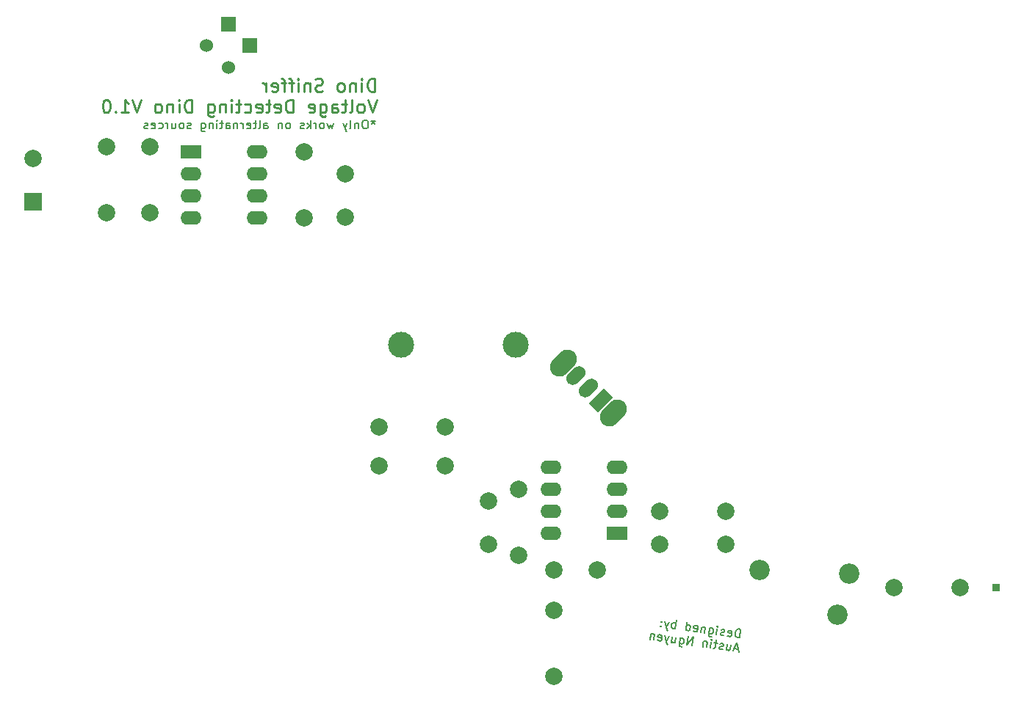
<source format=gbr>
G04 #@! TF.GenerationSoftware,KiCad,Pcbnew,8.0.2*
G04 #@! TF.CreationDate,2024-12-10T10:09:32-07:00*
G04 #@! TF.ProjectId,Makerspace_THT_Workshop,4d616b65-7273-4706-9163-655f5448545f,V1.0*
G04 #@! TF.SameCoordinates,Original*
G04 #@! TF.FileFunction,Soldermask,Bot*
G04 #@! TF.FilePolarity,Negative*
%FSLAX46Y46*%
G04 Gerber Fmt 4.6, Leading zero omitted, Abs format (unit mm)*
G04 Created by KiCad (PCBNEW 8.0.2) date 2024-12-10 10:09:32*
%MOMM*%
%LPD*%
G01*
G04 APERTURE LIST*
G04 Aperture macros list*
%AMHorizOval*
0 Thick line with rounded ends*
0 $1 width*
0 $2 $3 position (X,Y) of the first rounded end (center of the circle)*
0 $4 $5 position (X,Y) of the second rounded end (center of the circle)*
0 Add line between two ends*
20,1,$1,$2,$3,$4,$5,0*
0 Add two circle primitives to create the rounded ends*
1,1,$1,$2,$3*
1,1,$1,$4,$5*%
%AMRotRect*
0 Rectangle, with rotation*
0 The origin of the aperture is its center*
0 $1 length*
0 $2 width*
0 $3 Rotation angle, in degrees counterclockwise*
0 Add horizontal line*
21,1,$1,$2,0,0,$3*%
G04 Aperture macros list end*
%ADD10C,0.250000*%
%ADD11C,0.150000*%
%ADD12C,0.200000*%
%ADD13R,1.800000X1.800000*%
%ADD14C,1.524000*%
%ADD15C,2.000000*%
%ADD16C,2.340000*%
%ADD17R,0.850000X0.850000*%
%ADD18HorizOval,2.200000X0.459619X0.459619X-0.459619X-0.459619X0*%
%ADD19RotRect,1.500000X2.500000X135.000000*%
%ADD20HorizOval,1.500000X0.353553X0.353553X-0.353553X-0.353553X0*%
%ADD21R,2.000000X2.000000*%
%ADD22R,2.400000X1.600000*%
%ADD23O,2.400000X1.600000*%
%ADD24C,3.000000*%
G04 APERTURE END LIST*
D10*
X136478384Y-69388512D02*
X136478384Y-67888512D01*
X136478384Y-67888512D02*
X136121241Y-67888512D01*
X136121241Y-67888512D02*
X135906955Y-67959941D01*
X135906955Y-67959941D02*
X135764098Y-68102798D01*
X135764098Y-68102798D02*
X135692669Y-68245655D01*
X135692669Y-68245655D02*
X135621241Y-68531369D01*
X135621241Y-68531369D02*
X135621241Y-68745655D01*
X135621241Y-68745655D02*
X135692669Y-69031369D01*
X135692669Y-69031369D02*
X135764098Y-69174226D01*
X135764098Y-69174226D02*
X135906955Y-69317084D01*
X135906955Y-69317084D02*
X136121241Y-69388512D01*
X136121241Y-69388512D02*
X136478384Y-69388512D01*
X134978384Y-69388512D02*
X134978384Y-68388512D01*
X134978384Y-67888512D02*
X135049812Y-67959941D01*
X135049812Y-67959941D02*
X134978384Y-68031369D01*
X134978384Y-68031369D02*
X134906955Y-67959941D01*
X134906955Y-67959941D02*
X134978384Y-67888512D01*
X134978384Y-67888512D02*
X134978384Y-68031369D01*
X134264098Y-68388512D02*
X134264098Y-69388512D01*
X134264098Y-68531369D02*
X134192669Y-68459941D01*
X134192669Y-68459941D02*
X134049812Y-68388512D01*
X134049812Y-68388512D02*
X133835526Y-68388512D01*
X133835526Y-68388512D02*
X133692669Y-68459941D01*
X133692669Y-68459941D02*
X133621241Y-68602798D01*
X133621241Y-68602798D02*
X133621241Y-69388512D01*
X132692669Y-69388512D02*
X132835526Y-69317084D01*
X132835526Y-69317084D02*
X132906955Y-69245655D01*
X132906955Y-69245655D02*
X132978383Y-69102798D01*
X132978383Y-69102798D02*
X132978383Y-68674226D01*
X132978383Y-68674226D02*
X132906955Y-68531369D01*
X132906955Y-68531369D02*
X132835526Y-68459941D01*
X132835526Y-68459941D02*
X132692669Y-68388512D01*
X132692669Y-68388512D02*
X132478383Y-68388512D01*
X132478383Y-68388512D02*
X132335526Y-68459941D01*
X132335526Y-68459941D02*
X132264098Y-68531369D01*
X132264098Y-68531369D02*
X132192669Y-68674226D01*
X132192669Y-68674226D02*
X132192669Y-69102798D01*
X132192669Y-69102798D02*
X132264098Y-69245655D01*
X132264098Y-69245655D02*
X132335526Y-69317084D01*
X132335526Y-69317084D02*
X132478383Y-69388512D01*
X132478383Y-69388512D02*
X132692669Y-69388512D01*
X130478383Y-69317084D02*
X130264098Y-69388512D01*
X130264098Y-69388512D02*
X129906955Y-69388512D01*
X129906955Y-69388512D02*
X129764098Y-69317084D01*
X129764098Y-69317084D02*
X129692669Y-69245655D01*
X129692669Y-69245655D02*
X129621240Y-69102798D01*
X129621240Y-69102798D02*
X129621240Y-68959941D01*
X129621240Y-68959941D02*
X129692669Y-68817084D01*
X129692669Y-68817084D02*
X129764098Y-68745655D01*
X129764098Y-68745655D02*
X129906955Y-68674226D01*
X129906955Y-68674226D02*
X130192669Y-68602798D01*
X130192669Y-68602798D02*
X130335526Y-68531369D01*
X130335526Y-68531369D02*
X130406955Y-68459941D01*
X130406955Y-68459941D02*
X130478383Y-68317084D01*
X130478383Y-68317084D02*
X130478383Y-68174226D01*
X130478383Y-68174226D02*
X130406955Y-68031369D01*
X130406955Y-68031369D02*
X130335526Y-67959941D01*
X130335526Y-67959941D02*
X130192669Y-67888512D01*
X130192669Y-67888512D02*
X129835526Y-67888512D01*
X129835526Y-67888512D02*
X129621240Y-67959941D01*
X128978384Y-68388512D02*
X128978384Y-69388512D01*
X128978384Y-68531369D02*
X128906955Y-68459941D01*
X128906955Y-68459941D02*
X128764098Y-68388512D01*
X128764098Y-68388512D02*
X128549812Y-68388512D01*
X128549812Y-68388512D02*
X128406955Y-68459941D01*
X128406955Y-68459941D02*
X128335527Y-68602798D01*
X128335527Y-68602798D02*
X128335527Y-69388512D01*
X127621241Y-69388512D02*
X127621241Y-68388512D01*
X127621241Y-67888512D02*
X127692669Y-67959941D01*
X127692669Y-67959941D02*
X127621241Y-68031369D01*
X127621241Y-68031369D02*
X127549812Y-67959941D01*
X127549812Y-67959941D02*
X127621241Y-67888512D01*
X127621241Y-67888512D02*
X127621241Y-68031369D01*
X127121240Y-68388512D02*
X126549812Y-68388512D01*
X126906955Y-69388512D02*
X126906955Y-68102798D01*
X126906955Y-68102798D02*
X126835526Y-67959941D01*
X126835526Y-67959941D02*
X126692669Y-67888512D01*
X126692669Y-67888512D02*
X126549812Y-67888512D01*
X126264097Y-68388512D02*
X125692669Y-68388512D01*
X126049812Y-69388512D02*
X126049812Y-68102798D01*
X126049812Y-68102798D02*
X125978383Y-67959941D01*
X125978383Y-67959941D02*
X125835526Y-67888512D01*
X125835526Y-67888512D02*
X125692669Y-67888512D01*
X124621240Y-69317084D02*
X124764097Y-69388512D01*
X124764097Y-69388512D02*
X125049812Y-69388512D01*
X125049812Y-69388512D02*
X125192669Y-69317084D01*
X125192669Y-69317084D02*
X125264097Y-69174226D01*
X125264097Y-69174226D02*
X125264097Y-68602798D01*
X125264097Y-68602798D02*
X125192669Y-68459941D01*
X125192669Y-68459941D02*
X125049812Y-68388512D01*
X125049812Y-68388512D02*
X124764097Y-68388512D01*
X124764097Y-68388512D02*
X124621240Y-68459941D01*
X124621240Y-68459941D02*
X124549812Y-68602798D01*
X124549812Y-68602798D02*
X124549812Y-68745655D01*
X124549812Y-68745655D02*
X125264097Y-68888512D01*
X123906955Y-69388512D02*
X123906955Y-68388512D01*
X123906955Y-68674226D02*
X123835526Y-68531369D01*
X123835526Y-68531369D02*
X123764098Y-68459941D01*
X123764098Y-68459941D02*
X123621240Y-68388512D01*
X123621240Y-68388512D02*
X123478383Y-68388512D01*
X136692669Y-70303428D02*
X136192669Y-71803428D01*
X136192669Y-71803428D02*
X135692669Y-70303428D01*
X134978384Y-71803428D02*
X135121241Y-71732000D01*
X135121241Y-71732000D02*
X135192670Y-71660571D01*
X135192670Y-71660571D02*
X135264098Y-71517714D01*
X135264098Y-71517714D02*
X135264098Y-71089142D01*
X135264098Y-71089142D02*
X135192670Y-70946285D01*
X135192670Y-70946285D02*
X135121241Y-70874857D01*
X135121241Y-70874857D02*
X134978384Y-70803428D01*
X134978384Y-70803428D02*
X134764098Y-70803428D01*
X134764098Y-70803428D02*
X134621241Y-70874857D01*
X134621241Y-70874857D02*
X134549813Y-70946285D01*
X134549813Y-70946285D02*
X134478384Y-71089142D01*
X134478384Y-71089142D02*
X134478384Y-71517714D01*
X134478384Y-71517714D02*
X134549813Y-71660571D01*
X134549813Y-71660571D02*
X134621241Y-71732000D01*
X134621241Y-71732000D02*
X134764098Y-71803428D01*
X134764098Y-71803428D02*
X134978384Y-71803428D01*
X133621241Y-71803428D02*
X133764098Y-71732000D01*
X133764098Y-71732000D02*
X133835527Y-71589142D01*
X133835527Y-71589142D02*
X133835527Y-70303428D01*
X133264098Y-70803428D02*
X132692670Y-70803428D01*
X133049813Y-70303428D02*
X133049813Y-71589142D01*
X133049813Y-71589142D02*
X132978384Y-71732000D01*
X132978384Y-71732000D02*
X132835527Y-71803428D01*
X132835527Y-71803428D02*
X132692670Y-71803428D01*
X131549813Y-71803428D02*
X131549813Y-71017714D01*
X131549813Y-71017714D02*
X131621241Y-70874857D01*
X131621241Y-70874857D02*
X131764098Y-70803428D01*
X131764098Y-70803428D02*
X132049813Y-70803428D01*
X132049813Y-70803428D02*
X132192670Y-70874857D01*
X131549813Y-71732000D02*
X131692670Y-71803428D01*
X131692670Y-71803428D02*
X132049813Y-71803428D01*
X132049813Y-71803428D02*
X132192670Y-71732000D01*
X132192670Y-71732000D02*
X132264098Y-71589142D01*
X132264098Y-71589142D02*
X132264098Y-71446285D01*
X132264098Y-71446285D02*
X132192670Y-71303428D01*
X132192670Y-71303428D02*
X132049813Y-71232000D01*
X132049813Y-71232000D02*
X131692670Y-71232000D01*
X131692670Y-71232000D02*
X131549813Y-71160571D01*
X130192670Y-70803428D02*
X130192670Y-72017714D01*
X130192670Y-72017714D02*
X130264098Y-72160571D01*
X130264098Y-72160571D02*
X130335527Y-72232000D01*
X130335527Y-72232000D02*
X130478384Y-72303428D01*
X130478384Y-72303428D02*
X130692670Y-72303428D01*
X130692670Y-72303428D02*
X130835527Y-72232000D01*
X130192670Y-71732000D02*
X130335527Y-71803428D01*
X130335527Y-71803428D02*
X130621241Y-71803428D01*
X130621241Y-71803428D02*
X130764098Y-71732000D01*
X130764098Y-71732000D02*
X130835527Y-71660571D01*
X130835527Y-71660571D02*
X130906955Y-71517714D01*
X130906955Y-71517714D02*
X130906955Y-71089142D01*
X130906955Y-71089142D02*
X130835527Y-70946285D01*
X130835527Y-70946285D02*
X130764098Y-70874857D01*
X130764098Y-70874857D02*
X130621241Y-70803428D01*
X130621241Y-70803428D02*
X130335527Y-70803428D01*
X130335527Y-70803428D02*
X130192670Y-70874857D01*
X128906955Y-71732000D02*
X129049812Y-71803428D01*
X129049812Y-71803428D02*
X129335527Y-71803428D01*
X129335527Y-71803428D02*
X129478384Y-71732000D01*
X129478384Y-71732000D02*
X129549812Y-71589142D01*
X129549812Y-71589142D02*
X129549812Y-71017714D01*
X129549812Y-71017714D02*
X129478384Y-70874857D01*
X129478384Y-70874857D02*
X129335527Y-70803428D01*
X129335527Y-70803428D02*
X129049812Y-70803428D01*
X129049812Y-70803428D02*
X128906955Y-70874857D01*
X128906955Y-70874857D02*
X128835527Y-71017714D01*
X128835527Y-71017714D02*
X128835527Y-71160571D01*
X128835527Y-71160571D02*
X129549812Y-71303428D01*
X127049813Y-71803428D02*
X127049813Y-70303428D01*
X127049813Y-70303428D02*
X126692670Y-70303428D01*
X126692670Y-70303428D02*
X126478384Y-70374857D01*
X126478384Y-70374857D02*
X126335527Y-70517714D01*
X126335527Y-70517714D02*
X126264098Y-70660571D01*
X126264098Y-70660571D02*
X126192670Y-70946285D01*
X126192670Y-70946285D02*
X126192670Y-71160571D01*
X126192670Y-71160571D02*
X126264098Y-71446285D01*
X126264098Y-71446285D02*
X126335527Y-71589142D01*
X126335527Y-71589142D02*
X126478384Y-71732000D01*
X126478384Y-71732000D02*
X126692670Y-71803428D01*
X126692670Y-71803428D02*
X127049813Y-71803428D01*
X124978384Y-71732000D02*
X125121241Y-71803428D01*
X125121241Y-71803428D02*
X125406956Y-71803428D01*
X125406956Y-71803428D02*
X125549813Y-71732000D01*
X125549813Y-71732000D02*
X125621241Y-71589142D01*
X125621241Y-71589142D02*
X125621241Y-71017714D01*
X125621241Y-71017714D02*
X125549813Y-70874857D01*
X125549813Y-70874857D02*
X125406956Y-70803428D01*
X125406956Y-70803428D02*
X125121241Y-70803428D01*
X125121241Y-70803428D02*
X124978384Y-70874857D01*
X124978384Y-70874857D02*
X124906956Y-71017714D01*
X124906956Y-71017714D02*
X124906956Y-71160571D01*
X124906956Y-71160571D02*
X125621241Y-71303428D01*
X124478384Y-70803428D02*
X123906956Y-70803428D01*
X124264099Y-70303428D02*
X124264099Y-71589142D01*
X124264099Y-71589142D02*
X124192670Y-71732000D01*
X124192670Y-71732000D02*
X124049813Y-71803428D01*
X124049813Y-71803428D02*
X123906956Y-71803428D01*
X122835527Y-71732000D02*
X122978384Y-71803428D01*
X122978384Y-71803428D02*
X123264099Y-71803428D01*
X123264099Y-71803428D02*
X123406956Y-71732000D01*
X123406956Y-71732000D02*
X123478384Y-71589142D01*
X123478384Y-71589142D02*
X123478384Y-71017714D01*
X123478384Y-71017714D02*
X123406956Y-70874857D01*
X123406956Y-70874857D02*
X123264099Y-70803428D01*
X123264099Y-70803428D02*
X122978384Y-70803428D01*
X122978384Y-70803428D02*
X122835527Y-70874857D01*
X122835527Y-70874857D02*
X122764099Y-71017714D01*
X122764099Y-71017714D02*
X122764099Y-71160571D01*
X122764099Y-71160571D02*
X123478384Y-71303428D01*
X121478385Y-71732000D02*
X121621242Y-71803428D01*
X121621242Y-71803428D02*
X121906956Y-71803428D01*
X121906956Y-71803428D02*
X122049813Y-71732000D01*
X122049813Y-71732000D02*
X122121242Y-71660571D01*
X122121242Y-71660571D02*
X122192670Y-71517714D01*
X122192670Y-71517714D02*
X122192670Y-71089142D01*
X122192670Y-71089142D02*
X122121242Y-70946285D01*
X122121242Y-70946285D02*
X122049813Y-70874857D01*
X122049813Y-70874857D02*
X121906956Y-70803428D01*
X121906956Y-70803428D02*
X121621242Y-70803428D01*
X121621242Y-70803428D02*
X121478385Y-70874857D01*
X121049813Y-70803428D02*
X120478385Y-70803428D01*
X120835528Y-70303428D02*
X120835528Y-71589142D01*
X120835528Y-71589142D02*
X120764099Y-71732000D01*
X120764099Y-71732000D02*
X120621242Y-71803428D01*
X120621242Y-71803428D02*
X120478385Y-71803428D01*
X119978385Y-71803428D02*
X119978385Y-70803428D01*
X119978385Y-70303428D02*
X120049813Y-70374857D01*
X120049813Y-70374857D02*
X119978385Y-70446285D01*
X119978385Y-70446285D02*
X119906956Y-70374857D01*
X119906956Y-70374857D02*
X119978385Y-70303428D01*
X119978385Y-70303428D02*
X119978385Y-70446285D01*
X119264099Y-70803428D02*
X119264099Y-71803428D01*
X119264099Y-70946285D02*
X119192670Y-70874857D01*
X119192670Y-70874857D02*
X119049813Y-70803428D01*
X119049813Y-70803428D02*
X118835527Y-70803428D01*
X118835527Y-70803428D02*
X118692670Y-70874857D01*
X118692670Y-70874857D02*
X118621242Y-71017714D01*
X118621242Y-71017714D02*
X118621242Y-71803428D01*
X117264099Y-70803428D02*
X117264099Y-72017714D01*
X117264099Y-72017714D02*
X117335527Y-72160571D01*
X117335527Y-72160571D02*
X117406956Y-72232000D01*
X117406956Y-72232000D02*
X117549813Y-72303428D01*
X117549813Y-72303428D02*
X117764099Y-72303428D01*
X117764099Y-72303428D02*
X117906956Y-72232000D01*
X117264099Y-71732000D02*
X117406956Y-71803428D01*
X117406956Y-71803428D02*
X117692670Y-71803428D01*
X117692670Y-71803428D02*
X117835527Y-71732000D01*
X117835527Y-71732000D02*
X117906956Y-71660571D01*
X117906956Y-71660571D02*
X117978384Y-71517714D01*
X117978384Y-71517714D02*
X117978384Y-71089142D01*
X117978384Y-71089142D02*
X117906956Y-70946285D01*
X117906956Y-70946285D02*
X117835527Y-70874857D01*
X117835527Y-70874857D02*
X117692670Y-70803428D01*
X117692670Y-70803428D02*
X117406956Y-70803428D01*
X117406956Y-70803428D02*
X117264099Y-70874857D01*
X115406956Y-71803428D02*
X115406956Y-70303428D01*
X115406956Y-70303428D02*
X115049813Y-70303428D01*
X115049813Y-70303428D02*
X114835527Y-70374857D01*
X114835527Y-70374857D02*
X114692670Y-70517714D01*
X114692670Y-70517714D02*
X114621241Y-70660571D01*
X114621241Y-70660571D02*
X114549813Y-70946285D01*
X114549813Y-70946285D02*
X114549813Y-71160571D01*
X114549813Y-71160571D02*
X114621241Y-71446285D01*
X114621241Y-71446285D02*
X114692670Y-71589142D01*
X114692670Y-71589142D02*
X114835527Y-71732000D01*
X114835527Y-71732000D02*
X115049813Y-71803428D01*
X115049813Y-71803428D02*
X115406956Y-71803428D01*
X113906956Y-71803428D02*
X113906956Y-70803428D01*
X113906956Y-70303428D02*
X113978384Y-70374857D01*
X113978384Y-70374857D02*
X113906956Y-70446285D01*
X113906956Y-70446285D02*
X113835527Y-70374857D01*
X113835527Y-70374857D02*
X113906956Y-70303428D01*
X113906956Y-70303428D02*
X113906956Y-70446285D01*
X113192670Y-70803428D02*
X113192670Y-71803428D01*
X113192670Y-70946285D02*
X113121241Y-70874857D01*
X113121241Y-70874857D02*
X112978384Y-70803428D01*
X112978384Y-70803428D02*
X112764098Y-70803428D01*
X112764098Y-70803428D02*
X112621241Y-70874857D01*
X112621241Y-70874857D02*
X112549813Y-71017714D01*
X112549813Y-71017714D02*
X112549813Y-71803428D01*
X111621241Y-71803428D02*
X111764098Y-71732000D01*
X111764098Y-71732000D02*
X111835527Y-71660571D01*
X111835527Y-71660571D02*
X111906955Y-71517714D01*
X111906955Y-71517714D02*
X111906955Y-71089142D01*
X111906955Y-71089142D02*
X111835527Y-70946285D01*
X111835527Y-70946285D02*
X111764098Y-70874857D01*
X111764098Y-70874857D02*
X111621241Y-70803428D01*
X111621241Y-70803428D02*
X111406955Y-70803428D01*
X111406955Y-70803428D02*
X111264098Y-70874857D01*
X111264098Y-70874857D02*
X111192670Y-70946285D01*
X111192670Y-70946285D02*
X111121241Y-71089142D01*
X111121241Y-71089142D02*
X111121241Y-71517714D01*
X111121241Y-71517714D02*
X111192670Y-71660571D01*
X111192670Y-71660571D02*
X111264098Y-71732000D01*
X111264098Y-71732000D02*
X111406955Y-71803428D01*
X111406955Y-71803428D02*
X111621241Y-71803428D01*
X109549812Y-70303428D02*
X109049812Y-71803428D01*
X109049812Y-71803428D02*
X108549812Y-70303428D01*
X107264098Y-71803428D02*
X108121241Y-71803428D01*
X107692670Y-71803428D02*
X107692670Y-70303428D01*
X107692670Y-70303428D02*
X107835527Y-70517714D01*
X107835527Y-70517714D02*
X107978384Y-70660571D01*
X107978384Y-70660571D02*
X108121241Y-70732000D01*
X106621242Y-71660571D02*
X106549813Y-71732000D01*
X106549813Y-71732000D02*
X106621242Y-71803428D01*
X106621242Y-71803428D02*
X106692670Y-71732000D01*
X106692670Y-71732000D02*
X106621242Y-71660571D01*
X106621242Y-71660571D02*
X106621242Y-71803428D01*
X105621241Y-70303428D02*
X105478384Y-70303428D01*
X105478384Y-70303428D02*
X105335527Y-70374857D01*
X105335527Y-70374857D02*
X105264099Y-70446285D01*
X105264099Y-70446285D02*
X105192670Y-70589142D01*
X105192670Y-70589142D02*
X105121241Y-70874857D01*
X105121241Y-70874857D02*
X105121241Y-71232000D01*
X105121241Y-71232000D02*
X105192670Y-71517714D01*
X105192670Y-71517714D02*
X105264099Y-71660571D01*
X105264099Y-71660571D02*
X105335527Y-71732000D01*
X105335527Y-71732000D02*
X105478384Y-71803428D01*
X105478384Y-71803428D02*
X105621241Y-71803428D01*
X105621241Y-71803428D02*
X105764099Y-71732000D01*
X105764099Y-71732000D02*
X105835527Y-71660571D01*
X105835527Y-71660571D02*
X105906956Y-71517714D01*
X105906956Y-71517714D02*
X105978384Y-71232000D01*
X105978384Y-71232000D02*
X105978384Y-70874857D01*
X105978384Y-70874857D02*
X105906956Y-70589142D01*
X105906956Y-70589142D02*
X105835527Y-70446285D01*
X105835527Y-70446285D02*
X105764099Y-70374857D01*
X105764099Y-70374857D02*
X105621241Y-70303428D01*
D11*
X178508676Y-132429939D02*
X178647850Y-131439671D01*
X178647850Y-131439671D02*
X178412071Y-131406534D01*
X178412071Y-131406534D02*
X178263977Y-131433808D01*
X178263977Y-131433808D02*
X178156411Y-131514865D01*
X178156411Y-131514865D02*
X178096001Y-131602549D01*
X178096001Y-131602549D02*
X178022336Y-131784544D01*
X178022336Y-131784544D02*
X178002455Y-131926011D01*
X178002455Y-131926011D02*
X178023101Y-132121261D01*
X178023101Y-132121261D02*
X178057002Y-132222199D01*
X178057002Y-132222199D02*
X178138059Y-132329765D01*
X178138059Y-132329765D02*
X178272898Y-132396802D01*
X178272898Y-132396802D02*
X178508676Y-132429939D01*
X177147791Y-132190592D02*
X177235475Y-132251002D01*
X177235475Y-132251002D02*
X177424097Y-132277511D01*
X177424097Y-132277511D02*
X177525036Y-132243610D01*
X177525036Y-132243610D02*
X177585446Y-132155926D01*
X177585446Y-132155926D02*
X177638464Y-131778681D01*
X177638464Y-131778681D02*
X177604563Y-131677743D01*
X177604563Y-131677743D02*
X177516879Y-131617332D01*
X177516879Y-131617332D02*
X177328257Y-131590823D01*
X177328257Y-131590823D02*
X177227318Y-131624724D01*
X177227318Y-131624724D02*
X177166908Y-131712408D01*
X177166908Y-131712408D02*
X177153653Y-131806720D01*
X177153653Y-131806720D02*
X177611955Y-131967304D01*
X176723390Y-132130946D02*
X176622451Y-132164847D01*
X176622451Y-132164847D02*
X176433829Y-132138338D01*
X176433829Y-132138338D02*
X176346145Y-132077928D01*
X176346145Y-132077928D02*
X176312244Y-131976989D01*
X176312244Y-131976989D02*
X176318871Y-131929834D01*
X176318871Y-131929834D02*
X176379281Y-131842150D01*
X176379281Y-131842150D02*
X176480220Y-131808249D01*
X176480220Y-131808249D02*
X176621687Y-131828131D01*
X176621687Y-131828131D02*
X176722625Y-131794230D01*
X176722625Y-131794230D02*
X176783036Y-131706546D01*
X176783036Y-131706546D02*
X176789663Y-131659390D01*
X176789663Y-131659390D02*
X176755762Y-131558451D01*
X176755762Y-131558451D02*
X176668078Y-131498041D01*
X176668078Y-131498041D02*
X176526611Y-131478159D01*
X176526611Y-131478159D02*
X176425672Y-131512060D01*
X175867961Y-132058811D02*
X175960743Y-131398632D01*
X176007134Y-131068542D02*
X176047663Y-131122325D01*
X176047663Y-131122325D02*
X175993880Y-131162854D01*
X175993880Y-131162854D02*
X175953351Y-131109071D01*
X175953351Y-131109071D02*
X176007134Y-131068542D01*
X176007134Y-131068542D02*
X175993880Y-131162854D01*
X175064787Y-131272713D02*
X174952123Y-132074359D01*
X174952123Y-132074359D02*
X174986024Y-132175297D01*
X174986024Y-132175297D02*
X175026552Y-132229080D01*
X175026552Y-132229080D02*
X175114236Y-132289491D01*
X175114236Y-132289491D02*
X175255703Y-132309372D01*
X175255703Y-132309372D02*
X175356642Y-132275471D01*
X174978632Y-131885736D02*
X175066316Y-131946147D01*
X175066316Y-131946147D02*
X175254939Y-131972656D01*
X175254939Y-131972656D02*
X175355877Y-131938755D01*
X175355877Y-131938755D02*
X175409660Y-131898226D01*
X175409660Y-131898226D02*
X175470070Y-131810542D01*
X175470070Y-131810542D02*
X175509834Y-131527609D01*
X175509834Y-131527609D02*
X175475933Y-131426670D01*
X175475933Y-131426670D02*
X175435405Y-131372887D01*
X175435405Y-131372887D02*
X175347721Y-131312477D01*
X175347721Y-131312477D02*
X175159098Y-131285968D01*
X175159098Y-131285968D02*
X175058160Y-131319869D01*
X174593231Y-131206440D02*
X174500449Y-131866619D01*
X174579976Y-131300752D02*
X174539448Y-131246969D01*
X174539448Y-131246969D02*
X174451764Y-131186559D01*
X174451764Y-131186559D02*
X174310297Y-131166677D01*
X174310297Y-131166677D02*
X174209358Y-131200578D01*
X174209358Y-131200578D02*
X174148948Y-131288262D01*
X174148948Y-131288262D02*
X174076048Y-131806974D01*
X173233874Y-131640527D02*
X173321558Y-131700937D01*
X173321558Y-131700937D02*
X173510180Y-131727446D01*
X173510180Y-131727446D02*
X173611119Y-131693545D01*
X173611119Y-131693545D02*
X173671529Y-131605861D01*
X173671529Y-131605861D02*
X173724548Y-131228616D01*
X173724548Y-131228616D02*
X173690646Y-131127678D01*
X173690646Y-131127678D02*
X173602963Y-131067267D01*
X173602963Y-131067267D02*
X173414340Y-131040758D01*
X173414340Y-131040758D02*
X173313401Y-131074659D01*
X173313401Y-131074659D02*
X173252991Y-131162343D01*
X173252991Y-131162343D02*
X173239737Y-131256654D01*
X173239737Y-131256654D02*
X173698038Y-131417239D01*
X172331290Y-131561764D02*
X172470463Y-130571496D01*
X172337917Y-131514608D02*
X172425601Y-131575018D01*
X172425601Y-131575018D02*
X172614223Y-131601528D01*
X172614223Y-131601528D02*
X172715162Y-131567626D01*
X172715162Y-131567626D02*
X172768945Y-131527098D01*
X172768945Y-131527098D02*
X172829355Y-131439414D01*
X172829355Y-131439414D02*
X172869119Y-131156480D01*
X172869119Y-131156480D02*
X172835218Y-131055542D01*
X172835218Y-131055542D02*
X172794690Y-131001759D01*
X172794690Y-131001759D02*
X172707006Y-130941349D01*
X172707006Y-130941349D02*
X172518383Y-130914840D01*
X172518383Y-130914840D02*
X172417445Y-130948741D01*
X171105243Y-131389454D02*
X171244416Y-130399186D01*
X171191398Y-130776431D02*
X171103714Y-130716021D01*
X171103714Y-130716021D02*
X170915092Y-130689512D01*
X170915092Y-130689512D02*
X170814153Y-130723413D01*
X170814153Y-130723413D02*
X170760370Y-130763941D01*
X170760370Y-130763941D02*
X170699960Y-130851625D01*
X170699960Y-130851625D02*
X170660196Y-131134559D01*
X170660196Y-131134559D02*
X170694097Y-131235497D01*
X170694097Y-131235497D02*
X170734626Y-131289280D01*
X170734626Y-131289280D02*
X170822310Y-131349690D01*
X170822310Y-131349690D02*
X171010932Y-131376200D01*
X171010932Y-131376200D02*
X171111871Y-131342299D01*
X170396380Y-130616611D02*
X170067819Y-131243654D01*
X169924823Y-130550339D02*
X170067819Y-131243654D01*
X170067819Y-131243654D02*
X170128994Y-131492686D01*
X170128994Y-131492686D02*
X170169523Y-131546469D01*
X170169523Y-131546469D02*
X170257207Y-131606880D01*
X169468051Y-131063188D02*
X169414268Y-131103716D01*
X169414268Y-131103716D02*
X169454796Y-131157499D01*
X169454796Y-131157499D02*
X169508579Y-131116971D01*
X169508579Y-131116971D02*
X169468051Y-131063188D01*
X169468051Y-131063188D02*
X169454796Y-131157499D01*
X169540951Y-130544476D02*
X169487168Y-130585004D01*
X169487168Y-130585004D02*
X169527696Y-130638787D01*
X169527696Y-130638787D02*
X169581479Y-130598259D01*
X169581479Y-130598259D02*
X169540951Y-130544476D01*
X169540951Y-130544476D02*
X169527696Y-130638787D01*
X178371535Y-133747908D02*
X177899979Y-133681636D01*
X178426082Y-134044097D02*
X178235166Y-133007438D01*
X178235166Y-133007438D02*
X177765904Y-133951315D01*
X177104196Y-133185099D02*
X177011414Y-133845278D01*
X177528596Y-133244745D02*
X177455696Y-133763457D01*
X177455696Y-133763457D02*
X177395286Y-133851141D01*
X177395286Y-133851141D02*
X177294347Y-133885042D01*
X177294347Y-133885042D02*
X177152880Y-133865160D01*
X177152880Y-133865160D02*
X177065196Y-133804750D01*
X177065196Y-133804750D02*
X177024668Y-133750967D01*
X176593640Y-133738477D02*
X176492702Y-133772378D01*
X176492702Y-133772378D02*
X176304079Y-133745869D01*
X176304079Y-133745869D02*
X176216395Y-133685458D01*
X176216395Y-133685458D02*
X176182494Y-133584520D01*
X176182494Y-133584520D02*
X176189121Y-133537364D01*
X176189121Y-133537364D02*
X176249532Y-133449680D01*
X176249532Y-133449680D02*
X176350470Y-133415779D01*
X176350470Y-133415779D02*
X176491937Y-133435661D01*
X176491937Y-133435661D02*
X176592876Y-133401760D01*
X176592876Y-133401760D02*
X176653286Y-133314076D01*
X176653286Y-133314076D02*
X176659913Y-133266921D01*
X176659913Y-133266921D02*
X176626012Y-133165982D01*
X176626012Y-133165982D02*
X176538328Y-133105572D01*
X176538328Y-133105572D02*
X176396861Y-133085690D01*
X176396861Y-133085690D02*
X176295923Y-133119591D01*
X175972460Y-133026044D02*
X175595215Y-132973026D01*
X175877385Y-132676073D02*
X175758093Y-133524874D01*
X175758093Y-133524874D02*
X175697683Y-133612558D01*
X175697683Y-133612558D02*
X175596745Y-133646459D01*
X175596745Y-133646459D02*
X175502433Y-133633205D01*
X175172344Y-133586814D02*
X175265126Y-132926635D01*
X175311517Y-132596545D02*
X175352045Y-132650328D01*
X175352045Y-132650328D02*
X175298262Y-132690857D01*
X175298262Y-132690857D02*
X175257734Y-132637074D01*
X175257734Y-132637074D02*
X175311517Y-132596545D01*
X175311517Y-132596545D02*
X175298262Y-132690857D01*
X174793570Y-132860362D02*
X174700788Y-133520541D01*
X174780315Y-132954673D02*
X174739787Y-132900890D01*
X174739787Y-132900890D02*
X174652103Y-132840480D01*
X174652103Y-132840480D02*
X174510636Y-132820598D01*
X174510636Y-132820598D02*
X174409698Y-132854499D01*
X174409698Y-132854499D02*
X174349287Y-132942183D01*
X174349287Y-132942183D02*
X174276387Y-133460895D01*
X173050341Y-133288586D02*
X173189514Y-132298317D01*
X173189514Y-132298317D02*
X172484473Y-133209058D01*
X172484473Y-133209058D02*
X172623646Y-132218790D01*
X171681298Y-132422961D02*
X171568635Y-133224606D01*
X171568635Y-133224606D02*
X171602536Y-133325545D01*
X171602536Y-133325545D02*
X171643064Y-133379328D01*
X171643064Y-133379328D02*
X171730748Y-133439738D01*
X171730748Y-133439738D02*
X171872215Y-133459620D01*
X171872215Y-133459620D02*
X171973153Y-133425719D01*
X171595144Y-133035984D02*
X171682828Y-133096394D01*
X171682828Y-133096394D02*
X171871450Y-133122903D01*
X171871450Y-133122903D02*
X171972389Y-133089002D01*
X171972389Y-133089002D02*
X172026172Y-133048474D01*
X172026172Y-133048474D02*
X172086582Y-132960790D01*
X172086582Y-132960790D02*
X172126346Y-132677856D01*
X172126346Y-132677856D02*
X172092445Y-132576918D01*
X172092445Y-132576918D02*
X172051916Y-132523135D01*
X172051916Y-132523135D02*
X171964232Y-132462725D01*
X171964232Y-132462725D02*
X171775610Y-132436215D01*
X171775610Y-132436215D02*
X171674671Y-132470116D01*
X170785342Y-132297042D02*
X170692560Y-132957221D01*
X171209742Y-132356688D02*
X171136842Y-132875400D01*
X171136842Y-132875400D02*
X171076432Y-132963084D01*
X171076432Y-132963084D02*
X170975493Y-132996985D01*
X170975493Y-132996985D02*
X170834026Y-132977103D01*
X170834026Y-132977103D02*
X170746342Y-132916693D01*
X170746342Y-132916693D02*
X170705814Y-132862910D01*
X170408097Y-132244024D02*
X170079536Y-132871066D01*
X169936540Y-132177751D02*
X170079536Y-132871066D01*
X170079536Y-132871066D02*
X170140711Y-133120099D01*
X170140711Y-133120099D02*
X170181239Y-133173882D01*
X170181239Y-133173882D02*
X170268923Y-133234292D01*
X169095895Y-132684737D02*
X169183579Y-132745148D01*
X169183579Y-132745148D02*
X169372202Y-132771657D01*
X169372202Y-132771657D02*
X169473140Y-132737756D01*
X169473140Y-132737756D02*
X169533550Y-132650072D01*
X169533550Y-132650072D02*
X169586569Y-132272827D01*
X169586569Y-132272827D02*
X169552668Y-132171888D01*
X169552668Y-132171888D02*
X169464984Y-132111478D01*
X169464984Y-132111478D02*
X169276361Y-132084969D01*
X169276361Y-132084969D02*
X169175423Y-132118870D01*
X169175423Y-132118870D02*
X169115013Y-132206554D01*
X169115013Y-132206554D02*
X169101758Y-132300865D01*
X169101758Y-132300865D02*
X169560060Y-132461449D01*
X168710494Y-132005441D02*
X168617712Y-132665620D01*
X168697239Y-132099753D02*
X168656711Y-132045970D01*
X168656711Y-132045970D02*
X168569027Y-131985560D01*
X168569027Y-131985560D02*
X168427560Y-131965678D01*
X168427560Y-131965678D02*
X168326621Y-131999579D01*
X168326621Y-131999579D02*
X168266211Y-132087263D01*
X168266211Y-132087263D02*
X168193311Y-132605975D01*
D12*
X136287469Y-72667219D02*
X136287469Y-72905314D01*
X136525564Y-72810076D02*
X136287469Y-72905314D01*
X136287469Y-72905314D02*
X136049374Y-72810076D01*
X136430326Y-73095790D02*
X136287469Y-72905314D01*
X136287469Y-72905314D02*
X136144612Y-73095790D01*
X135477945Y-72667219D02*
X135287469Y-72667219D01*
X135287469Y-72667219D02*
X135192231Y-72714838D01*
X135192231Y-72714838D02*
X135096993Y-72810076D01*
X135096993Y-72810076D02*
X135049374Y-73000552D01*
X135049374Y-73000552D02*
X135049374Y-73333885D01*
X135049374Y-73333885D02*
X135096993Y-73524361D01*
X135096993Y-73524361D02*
X135192231Y-73619600D01*
X135192231Y-73619600D02*
X135287469Y-73667219D01*
X135287469Y-73667219D02*
X135477945Y-73667219D01*
X135477945Y-73667219D02*
X135573183Y-73619600D01*
X135573183Y-73619600D02*
X135668421Y-73524361D01*
X135668421Y-73524361D02*
X135716040Y-73333885D01*
X135716040Y-73333885D02*
X135716040Y-73000552D01*
X135716040Y-73000552D02*
X135668421Y-72810076D01*
X135668421Y-72810076D02*
X135573183Y-72714838D01*
X135573183Y-72714838D02*
X135477945Y-72667219D01*
X134620802Y-73000552D02*
X134620802Y-73667219D01*
X134620802Y-73095790D02*
X134573183Y-73048171D01*
X134573183Y-73048171D02*
X134477945Y-73000552D01*
X134477945Y-73000552D02*
X134335088Y-73000552D01*
X134335088Y-73000552D02*
X134239850Y-73048171D01*
X134239850Y-73048171D02*
X134192231Y-73143409D01*
X134192231Y-73143409D02*
X134192231Y-73667219D01*
X133573183Y-73667219D02*
X133668421Y-73619600D01*
X133668421Y-73619600D02*
X133716040Y-73524361D01*
X133716040Y-73524361D02*
X133716040Y-72667219D01*
X133287468Y-73000552D02*
X133049373Y-73667219D01*
X132811278Y-73000552D02*
X133049373Y-73667219D01*
X133049373Y-73667219D02*
X133144611Y-73905314D01*
X133144611Y-73905314D02*
X133192230Y-73952933D01*
X133192230Y-73952933D02*
X133287468Y-74000552D01*
X131763658Y-73000552D02*
X131573182Y-73667219D01*
X131573182Y-73667219D02*
X131382706Y-73191028D01*
X131382706Y-73191028D02*
X131192230Y-73667219D01*
X131192230Y-73667219D02*
X131001754Y-73000552D01*
X130477944Y-73667219D02*
X130573182Y-73619600D01*
X130573182Y-73619600D02*
X130620801Y-73571980D01*
X130620801Y-73571980D02*
X130668420Y-73476742D01*
X130668420Y-73476742D02*
X130668420Y-73191028D01*
X130668420Y-73191028D02*
X130620801Y-73095790D01*
X130620801Y-73095790D02*
X130573182Y-73048171D01*
X130573182Y-73048171D02*
X130477944Y-73000552D01*
X130477944Y-73000552D02*
X130335087Y-73000552D01*
X130335087Y-73000552D02*
X130239849Y-73048171D01*
X130239849Y-73048171D02*
X130192230Y-73095790D01*
X130192230Y-73095790D02*
X130144611Y-73191028D01*
X130144611Y-73191028D02*
X130144611Y-73476742D01*
X130144611Y-73476742D02*
X130192230Y-73571980D01*
X130192230Y-73571980D02*
X130239849Y-73619600D01*
X130239849Y-73619600D02*
X130335087Y-73667219D01*
X130335087Y-73667219D02*
X130477944Y-73667219D01*
X129716039Y-73667219D02*
X129716039Y-73000552D01*
X129716039Y-73191028D02*
X129668420Y-73095790D01*
X129668420Y-73095790D02*
X129620801Y-73048171D01*
X129620801Y-73048171D02*
X129525563Y-73000552D01*
X129525563Y-73000552D02*
X129430325Y-73000552D01*
X129096991Y-73667219D02*
X129096991Y-72667219D01*
X129001753Y-73286266D02*
X128716039Y-73667219D01*
X128716039Y-73000552D02*
X129096991Y-73381504D01*
X128335086Y-73619600D02*
X128239848Y-73667219D01*
X128239848Y-73667219D02*
X128049372Y-73667219D01*
X128049372Y-73667219D02*
X127954134Y-73619600D01*
X127954134Y-73619600D02*
X127906515Y-73524361D01*
X127906515Y-73524361D02*
X127906515Y-73476742D01*
X127906515Y-73476742D02*
X127954134Y-73381504D01*
X127954134Y-73381504D02*
X128049372Y-73333885D01*
X128049372Y-73333885D02*
X128192229Y-73333885D01*
X128192229Y-73333885D02*
X128287467Y-73286266D01*
X128287467Y-73286266D02*
X128335086Y-73191028D01*
X128335086Y-73191028D02*
X128335086Y-73143409D01*
X128335086Y-73143409D02*
X128287467Y-73048171D01*
X128287467Y-73048171D02*
X128192229Y-73000552D01*
X128192229Y-73000552D02*
X128049372Y-73000552D01*
X128049372Y-73000552D02*
X127954134Y-73048171D01*
X126573181Y-73667219D02*
X126668419Y-73619600D01*
X126668419Y-73619600D02*
X126716038Y-73571980D01*
X126716038Y-73571980D02*
X126763657Y-73476742D01*
X126763657Y-73476742D02*
X126763657Y-73191028D01*
X126763657Y-73191028D02*
X126716038Y-73095790D01*
X126716038Y-73095790D02*
X126668419Y-73048171D01*
X126668419Y-73048171D02*
X126573181Y-73000552D01*
X126573181Y-73000552D02*
X126430324Y-73000552D01*
X126430324Y-73000552D02*
X126335086Y-73048171D01*
X126335086Y-73048171D02*
X126287467Y-73095790D01*
X126287467Y-73095790D02*
X126239848Y-73191028D01*
X126239848Y-73191028D02*
X126239848Y-73476742D01*
X126239848Y-73476742D02*
X126287467Y-73571980D01*
X126287467Y-73571980D02*
X126335086Y-73619600D01*
X126335086Y-73619600D02*
X126430324Y-73667219D01*
X126430324Y-73667219D02*
X126573181Y-73667219D01*
X125811276Y-73000552D02*
X125811276Y-73667219D01*
X125811276Y-73095790D02*
X125763657Y-73048171D01*
X125763657Y-73048171D02*
X125668419Y-73000552D01*
X125668419Y-73000552D02*
X125525562Y-73000552D01*
X125525562Y-73000552D02*
X125430324Y-73048171D01*
X125430324Y-73048171D02*
X125382705Y-73143409D01*
X125382705Y-73143409D02*
X125382705Y-73667219D01*
X123716038Y-73667219D02*
X123716038Y-73143409D01*
X123716038Y-73143409D02*
X123763657Y-73048171D01*
X123763657Y-73048171D02*
X123858895Y-73000552D01*
X123858895Y-73000552D02*
X124049371Y-73000552D01*
X124049371Y-73000552D02*
X124144609Y-73048171D01*
X123716038Y-73619600D02*
X123811276Y-73667219D01*
X123811276Y-73667219D02*
X124049371Y-73667219D01*
X124049371Y-73667219D02*
X124144609Y-73619600D01*
X124144609Y-73619600D02*
X124192228Y-73524361D01*
X124192228Y-73524361D02*
X124192228Y-73429123D01*
X124192228Y-73429123D02*
X124144609Y-73333885D01*
X124144609Y-73333885D02*
X124049371Y-73286266D01*
X124049371Y-73286266D02*
X123811276Y-73286266D01*
X123811276Y-73286266D02*
X123716038Y-73238647D01*
X123096990Y-73667219D02*
X123192228Y-73619600D01*
X123192228Y-73619600D02*
X123239847Y-73524361D01*
X123239847Y-73524361D02*
X123239847Y-72667219D01*
X122858894Y-73000552D02*
X122477942Y-73000552D01*
X122716037Y-72667219D02*
X122716037Y-73524361D01*
X122716037Y-73524361D02*
X122668418Y-73619600D01*
X122668418Y-73619600D02*
X122573180Y-73667219D01*
X122573180Y-73667219D02*
X122477942Y-73667219D01*
X121763656Y-73619600D02*
X121858894Y-73667219D01*
X121858894Y-73667219D02*
X122049370Y-73667219D01*
X122049370Y-73667219D02*
X122144608Y-73619600D01*
X122144608Y-73619600D02*
X122192227Y-73524361D01*
X122192227Y-73524361D02*
X122192227Y-73143409D01*
X122192227Y-73143409D02*
X122144608Y-73048171D01*
X122144608Y-73048171D02*
X122049370Y-73000552D01*
X122049370Y-73000552D02*
X121858894Y-73000552D01*
X121858894Y-73000552D02*
X121763656Y-73048171D01*
X121763656Y-73048171D02*
X121716037Y-73143409D01*
X121716037Y-73143409D02*
X121716037Y-73238647D01*
X121716037Y-73238647D02*
X122192227Y-73333885D01*
X121287465Y-73667219D02*
X121287465Y-73000552D01*
X121287465Y-73191028D02*
X121239846Y-73095790D01*
X121239846Y-73095790D02*
X121192227Y-73048171D01*
X121192227Y-73048171D02*
X121096989Y-73000552D01*
X121096989Y-73000552D02*
X121001751Y-73000552D01*
X120668417Y-73000552D02*
X120668417Y-73667219D01*
X120668417Y-73095790D02*
X120620798Y-73048171D01*
X120620798Y-73048171D02*
X120525560Y-73000552D01*
X120525560Y-73000552D02*
X120382703Y-73000552D01*
X120382703Y-73000552D02*
X120287465Y-73048171D01*
X120287465Y-73048171D02*
X120239846Y-73143409D01*
X120239846Y-73143409D02*
X120239846Y-73667219D01*
X119335084Y-73667219D02*
X119335084Y-73143409D01*
X119335084Y-73143409D02*
X119382703Y-73048171D01*
X119382703Y-73048171D02*
X119477941Y-73000552D01*
X119477941Y-73000552D02*
X119668417Y-73000552D01*
X119668417Y-73000552D02*
X119763655Y-73048171D01*
X119335084Y-73619600D02*
X119430322Y-73667219D01*
X119430322Y-73667219D02*
X119668417Y-73667219D01*
X119668417Y-73667219D02*
X119763655Y-73619600D01*
X119763655Y-73619600D02*
X119811274Y-73524361D01*
X119811274Y-73524361D02*
X119811274Y-73429123D01*
X119811274Y-73429123D02*
X119763655Y-73333885D01*
X119763655Y-73333885D02*
X119668417Y-73286266D01*
X119668417Y-73286266D02*
X119430322Y-73286266D01*
X119430322Y-73286266D02*
X119335084Y-73238647D01*
X119001750Y-73000552D02*
X118620798Y-73000552D01*
X118858893Y-72667219D02*
X118858893Y-73524361D01*
X118858893Y-73524361D02*
X118811274Y-73619600D01*
X118811274Y-73619600D02*
X118716036Y-73667219D01*
X118716036Y-73667219D02*
X118620798Y-73667219D01*
X118287464Y-73667219D02*
X118287464Y-73000552D01*
X118287464Y-72667219D02*
X118335083Y-72714838D01*
X118335083Y-72714838D02*
X118287464Y-72762457D01*
X118287464Y-72762457D02*
X118239845Y-72714838D01*
X118239845Y-72714838D02*
X118287464Y-72667219D01*
X118287464Y-72667219D02*
X118287464Y-72762457D01*
X117811274Y-73000552D02*
X117811274Y-73667219D01*
X117811274Y-73095790D02*
X117763655Y-73048171D01*
X117763655Y-73048171D02*
X117668417Y-73000552D01*
X117668417Y-73000552D02*
X117525560Y-73000552D01*
X117525560Y-73000552D02*
X117430322Y-73048171D01*
X117430322Y-73048171D02*
X117382703Y-73143409D01*
X117382703Y-73143409D02*
X117382703Y-73667219D01*
X116477941Y-73000552D02*
X116477941Y-73810076D01*
X116477941Y-73810076D02*
X116525560Y-73905314D01*
X116525560Y-73905314D02*
X116573179Y-73952933D01*
X116573179Y-73952933D02*
X116668417Y-74000552D01*
X116668417Y-74000552D02*
X116811274Y-74000552D01*
X116811274Y-74000552D02*
X116906512Y-73952933D01*
X116477941Y-73619600D02*
X116573179Y-73667219D01*
X116573179Y-73667219D02*
X116763655Y-73667219D01*
X116763655Y-73667219D02*
X116858893Y-73619600D01*
X116858893Y-73619600D02*
X116906512Y-73571980D01*
X116906512Y-73571980D02*
X116954131Y-73476742D01*
X116954131Y-73476742D02*
X116954131Y-73191028D01*
X116954131Y-73191028D02*
X116906512Y-73095790D01*
X116906512Y-73095790D02*
X116858893Y-73048171D01*
X116858893Y-73048171D02*
X116763655Y-73000552D01*
X116763655Y-73000552D02*
X116573179Y-73000552D01*
X116573179Y-73000552D02*
X116477941Y-73048171D01*
X115287464Y-73619600D02*
X115192226Y-73667219D01*
X115192226Y-73667219D02*
X115001750Y-73667219D01*
X115001750Y-73667219D02*
X114906512Y-73619600D01*
X114906512Y-73619600D02*
X114858893Y-73524361D01*
X114858893Y-73524361D02*
X114858893Y-73476742D01*
X114858893Y-73476742D02*
X114906512Y-73381504D01*
X114906512Y-73381504D02*
X115001750Y-73333885D01*
X115001750Y-73333885D02*
X115144607Y-73333885D01*
X115144607Y-73333885D02*
X115239845Y-73286266D01*
X115239845Y-73286266D02*
X115287464Y-73191028D01*
X115287464Y-73191028D02*
X115287464Y-73143409D01*
X115287464Y-73143409D02*
X115239845Y-73048171D01*
X115239845Y-73048171D02*
X115144607Y-73000552D01*
X115144607Y-73000552D02*
X115001750Y-73000552D01*
X115001750Y-73000552D02*
X114906512Y-73048171D01*
X114287464Y-73667219D02*
X114382702Y-73619600D01*
X114382702Y-73619600D02*
X114430321Y-73571980D01*
X114430321Y-73571980D02*
X114477940Y-73476742D01*
X114477940Y-73476742D02*
X114477940Y-73191028D01*
X114477940Y-73191028D02*
X114430321Y-73095790D01*
X114430321Y-73095790D02*
X114382702Y-73048171D01*
X114382702Y-73048171D02*
X114287464Y-73000552D01*
X114287464Y-73000552D02*
X114144607Y-73000552D01*
X114144607Y-73000552D02*
X114049369Y-73048171D01*
X114049369Y-73048171D02*
X114001750Y-73095790D01*
X114001750Y-73095790D02*
X113954131Y-73191028D01*
X113954131Y-73191028D02*
X113954131Y-73476742D01*
X113954131Y-73476742D02*
X114001750Y-73571980D01*
X114001750Y-73571980D02*
X114049369Y-73619600D01*
X114049369Y-73619600D02*
X114144607Y-73667219D01*
X114144607Y-73667219D02*
X114287464Y-73667219D01*
X113096988Y-73000552D02*
X113096988Y-73667219D01*
X113525559Y-73000552D02*
X113525559Y-73524361D01*
X113525559Y-73524361D02*
X113477940Y-73619600D01*
X113477940Y-73619600D02*
X113382702Y-73667219D01*
X113382702Y-73667219D02*
X113239845Y-73667219D01*
X113239845Y-73667219D02*
X113144607Y-73619600D01*
X113144607Y-73619600D02*
X113096988Y-73571980D01*
X112620797Y-73667219D02*
X112620797Y-73000552D01*
X112620797Y-73191028D02*
X112573178Y-73095790D01*
X112573178Y-73095790D02*
X112525559Y-73048171D01*
X112525559Y-73048171D02*
X112430321Y-73000552D01*
X112430321Y-73000552D02*
X112335083Y-73000552D01*
X111573178Y-73619600D02*
X111668416Y-73667219D01*
X111668416Y-73667219D02*
X111858892Y-73667219D01*
X111858892Y-73667219D02*
X111954130Y-73619600D01*
X111954130Y-73619600D02*
X112001749Y-73571980D01*
X112001749Y-73571980D02*
X112049368Y-73476742D01*
X112049368Y-73476742D02*
X112049368Y-73191028D01*
X112049368Y-73191028D02*
X112001749Y-73095790D01*
X112001749Y-73095790D02*
X111954130Y-73048171D01*
X111954130Y-73048171D02*
X111858892Y-73000552D01*
X111858892Y-73000552D02*
X111668416Y-73000552D01*
X111668416Y-73000552D02*
X111573178Y-73048171D01*
X110763654Y-73619600D02*
X110858892Y-73667219D01*
X110858892Y-73667219D02*
X111049368Y-73667219D01*
X111049368Y-73667219D02*
X111144606Y-73619600D01*
X111144606Y-73619600D02*
X111192225Y-73524361D01*
X111192225Y-73524361D02*
X111192225Y-73143409D01*
X111192225Y-73143409D02*
X111144606Y-73048171D01*
X111144606Y-73048171D02*
X111049368Y-73000552D01*
X111049368Y-73000552D02*
X110858892Y-73000552D01*
X110858892Y-73000552D02*
X110763654Y-73048171D01*
X110763654Y-73048171D02*
X110716035Y-73143409D01*
X110716035Y-73143409D02*
X110716035Y-73238647D01*
X110716035Y-73238647D02*
X111192225Y-73333885D01*
X110335082Y-73619600D02*
X110239844Y-73667219D01*
X110239844Y-73667219D02*
X110049368Y-73667219D01*
X110049368Y-73667219D02*
X109954130Y-73619600D01*
X109954130Y-73619600D02*
X109906511Y-73524361D01*
X109906511Y-73524361D02*
X109906511Y-73476742D01*
X109906511Y-73476742D02*
X109954130Y-73381504D01*
X109954130Y-73381504D02*
X110049368Y-73333885D01*
X110049368Y-73333885D02*
X110192225Y-73333885D01*
X110192225Y-73333885D02*
X110287463Y-73286266D01*
X110287463Y-73286266D02*
X110335082Y-73191028D01*
X110335082Y-73191028D02*
X110335082Y-73143409D01*
X110335082Y-73143409D02*
X110287463Y-73048171D01*
X110287463Y-73048171D02*
X110192225Y-73000552D01*
X110192225Y-73000552D02*
X110049368Y-73000552D01*
X110049368Y-73000552D02*
X109954130Y-73048171D01*
D13*
X119600000Y-61600000D03*
D14*
X119600000Y-66600000D03*
D15*
X203910000Y-126600000D03*
X196290000Y-126600000D03*
D16*
X191144964Y-124984362D03*
X180843254Y-124631143D03*
X189766777Y-129790670D03*
D17*
X208100000Y-126600000D03*
D18*
X163999138Y-106499138D03*
X158200863Y-100700863D03*
D19*
X162514214Y-105014214D03*
D20*
X161100000Y-103600000D03*
X159685787Y-102185787D03*
D15*
X169290000Y-121600000D03*
X176910000Y-121600000D03*
X144600000Y-108100000D03*
X136980000Y-108100000D03*
X176910000Y-117850000D03*
X169290000Y-117850000D03*
D21*
X97100000Y-82100000D03*
D15*
X97100000Y-77100000D03*
X153100000Y-122910000D03*
X153100000Y-115290000D03*
X162100000Y-124600000D03*
X157100000Y-124600000D03*
X157100000Y-129290000D03*
X157100000Y-136910000D03*
X105600000Y-83410000D03*
X105600000Y-75790000D03*
X144600000Y-112600000D03*
X136980000Y-112600000D03*
X133100000Y-83850000D03*
X133100000Y-78850000D03*
X128350000Y-76350000D03*
X128350000Y-83970000D03*
X149600000Y-121600000D03*
X149600000Y-116600000D03*
X110600000Y-83410000D03*
X110600000Y-75790000D03*
D22*
X164400000Y-120400000D03*
D23*
X164400000Y-117860000D03*
X164400000Y-115320000D03*
X164400000Y-112780000D03*
X156780000Y-112780000D03*
X156780000Y-115320000D03*
X156780000Y-117860000D03*
X156780000Y-120400000D03*
D24*
X152700000Y-98600000D03*
X139500000Y-98600000D03*
D22*
X115300000Y-76300000D03*
D23*
X115300000Y-78840000D03*
X115300000Y-81380000D03*
X115300000Y-83920000D03*
X122920000Y-83920000D03*
X122920000Y-81380000D03*
X122920000Y-78840000D03*
X122920000Y-76300000D03*
D13*
X122100000Y-64100000D03*
D14*
X117100000Y-64100000D03*
M02*

</source>
